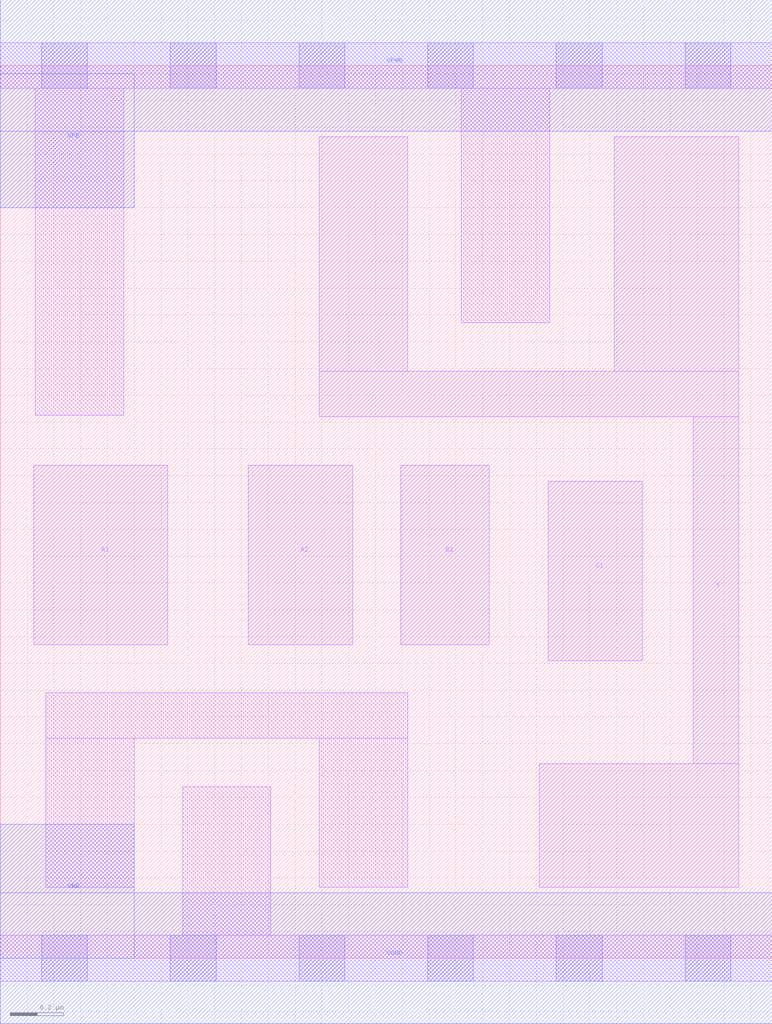
<source format=lef>
# Copyright 2020 The SkyWater PDK Authors
#
# Licensed under the Apache License, Version 2.0 (the "License");
# you may not use this file except in compliance with the License.
# You may obtain a copy of the License at
#
#     https://www.apache.org/licenses/LICENSE-2.0
#
# Unless required by applicable law or agreed to in writing, software
# distributed under the License is distributed on an "AS IS" BASIS,
# WITHOUT WARRANTIES OR CONDITIONS OF ANY KIND, either express or implied.
# See the License for the specific language governing permissions and
# limitations under the License.
#
# SPDX-License-Identifier: Apache-2.0

VERSION 5.5 ;
NAMESCASESENSITIVE ON ;
BUSBITCHARS "[]" ;
DIVIDERCHAR "/" ;
MACRO sky130_fd_sc_lp__o211ai_lp
  CLASS CORE ;
  SOURCE USER ;
  ORIGIN  0.000000  0.000000 ;
  SIZE  2.880000 BY  3.330000 ;
  SYMMETRY X Y R90 ;
  SITE unit ;
  PIN A1
    ANTENNAGATEAREA  0.313000 ;
    DIRECTION INPUT ;
    USE SIGNAL ;
    PORT
      LAYER li1 ;
        RECT 0.125000 1.170000 0.625000 1.840000 ;
    END
  END A1
  PIN A2
    ANTENNAGATEAREA  0.313000 ;
    DIRECTION INPUT ;
    USE SIGNAL ;
    PORT
      LAYER li1 ;
        RECT 0.925000 1.170000 1.315000 1.840000 ;
    END
  END A2
  PIN B1
    ANTENNAGATEAREA  0.313000 ;
    DIRECTION INPUT ;
    USE SIGNAL ;
    PORT
      LAYER li1 ;
        RECT 1.495000 1.170000 1.825000 1.840000 ;
    END
  END B1
  PIN C1
    ANTENNAGATEAREA  0.313000 ;
    DIRECTION INPUT ;
    USE SIGNAL ;
    PORT
      LAYER li1 ;
        RECT 2.045000 1.110000 2.395000 1.780000 ;
    END
  END C1
  PIN Y
    ANTENNADIFFAREA  0.724700 ;
    DIRECTION OUTPUT ;
    USE SIGNAL ;
    PORT
      LAYER li1 ;
        RECT 1.190000 2.020000 2.755000 2.190000 ;
        RECT 1.190000 2.190000 1.520000 3.065000 ;
        RECT 2.010000 0.265000 2.755000 0.725000 ;
        RECT 2.290000 2.190000 2.755000 3.065000 ;
        RECT 2.585000 0.725000 2.755000 2.020000 ;
    END
  END Y
  PIN VGND
    DIRECTION INOUT ;
    USE GROUND ;
    PORT
      LAYER met1 ;
        RECT 0.000000 -0.245000 2.880000 0.245000 ;
    END
  END VGND
  PIN VNB
    DIRECTION INOUT ;
    USE GROUND ;
    PORT
      LAYER met1 ;
        RECT 0.000000 0.000000 0.500000 0.500000 ;
    END
  END VNB
  PIN VPB
    DIRECTION INOUT ;
    USE POWER ;
    PORT
      LAYER met1 ;
        RECT 0.000000 2.800000 0.500000 3.300000 ;
    END
  END VPB
  PIN VPWR
    DIRECTION INOUT ;
    USE POWER ;
    PORT
      LAYER met1 ;
        RECT 0.000000 3.085000 2.880000 3.575000 ;
    END
  END VPWR
  OBS
    LAYER li1 ;
      RECT 0.000000 -0.085000 2.880000 0.085000 ;
      RECT 0.000000  3.245000 2.880000 3.415000 ;
      RECT 0.130000  2.025000 0.460000 3.245000 ;
      RECT 0.170000  0.265000 0.500000 0.820000 ;
      RECT 0.170000  0.820000 1.520000 0.990000 ;
      RECT 0.680000  0.085000 1.010000 0.640000 ;
      RECT 1.190000  0.265000 1.520000 0.820000 ;
      RECT 1.720000  2.370000 2.050000 3.245000 ;
    LAYER mcon ;
      RECT 0.155000 -0.085000 0.325000 0.085000 ;
      RECT 0.155000  3.245000 0.325000 3.415000 ;
      RECT 0.635000 -0.085000 0.805000 0.085000 ;
      RECT 0.635000  3.245000 0.805000 3.415000 ;
      RECT 1.115000 -0.085000 1.285000 0.085000 ;
      RECT 1.115000  3.245000 1.285000 3.415000 ;
      RECT 1.595000 -0.085000 1.765000 0.085000 ;
      RECT 1.595000  3.245000 1.765000 3.415000 ;
      RECT 2.075000 -0.085000 2.245000 0.085000 ;
      RECT 2.075000  3.245000 2.245000 3.415000 ;
      RECT 2.555000 -0.085000 2.725000 0.085000 ;
      RECT 2.555000  3.245000 2.725000 3.415000 ;
  END
END sky130_fd_sc_lp__o211ai_lp

</source>
